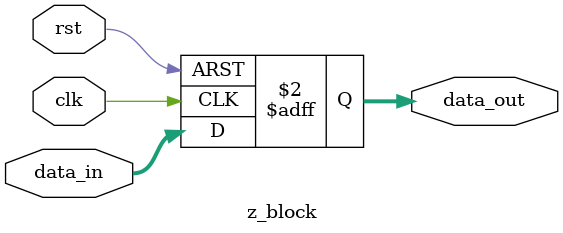
<source format=v>
module z_block (
    input         clk,
    input         rst,
    input  [15:0] data_in,
    output reg [15:0] data_out
);

  always @(posedge clk or posedge rst) begin
    if (rst) data_out <= 0;
    else begin
      data_out <= data_in;
    end
  end

endmodule  //z_block

</source>
